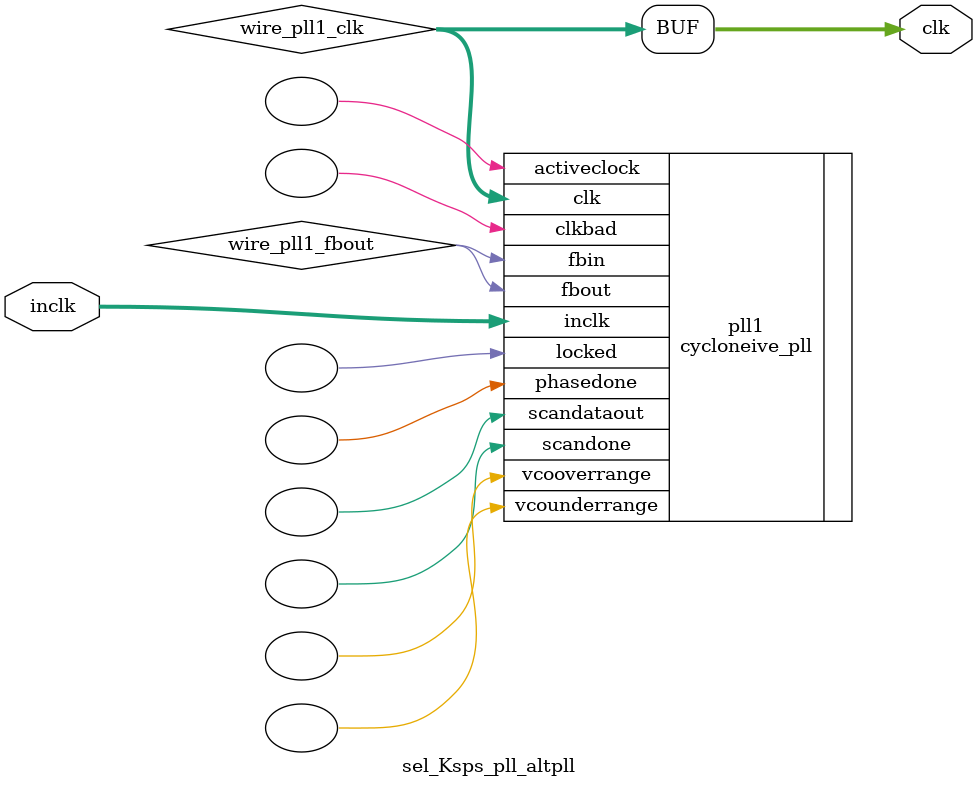
<source format=v>






//synthesis_resources = cycloneive_pll 1 
//synopsys translate_off
`timescale 1 ps / 1 ps
//synopsys translate_on
module  sel_Ksps_pll_altpll
	( 
	clk,
	inclk) /* synthesis synthesis_clearbox=1 */;
	output   [4:0]  clk;
	input   [1:0]  inclk;
`ifndef ALTERA_RESERVED_QIS
// synopsys translate_off
`endif
	tri0   [1:0]  inclk;
`ifndef ALTERA_RESERVED_QIS
// synopsys translate_on
`endif

	wire  [4:0]   wire_pll1_clk;
	wire  wire_pll1_fbout;

	cycloneive_pll   pll1
	( 
	.activeclock(),
	.clk(wire_pll1_clk),
	.clkbad(),
	.fbin(wire_pll1_fbout),
	.fbout(wire_pll1_fbout),
	.inclk(inclk),
	.locked(),
	.phasedone(),
	.scandataout(),
	.scandone(),
	.vcooverrange(),
	.vcounderrange()
	`ifndef FORMAL_VERIFICATION
	// synopsys translate_off
	`endif
	,
	.areset(1'b0),
	.clkswitch(1'b0),
	.configupdate(1'b0),
	.pfdena(1'b1),
	.phasecounterselect({3{1'b0}}),
	.phasestep(1'b0),
	.phaseupdown(1'b0),
	.scanclk(1'b0),
	.scanclkena(1'b1),
	.scandata(1'b0)
	`ifndef FORMAL_VERIFICATION
	// synopsys translate_on
	`endif
	);
	defparam
		pll1.bandwidth_type = "auto",
		pll1.clk0_divide_by = 25,
		pll1.clk0_duty_cycle = 50,
		pll1.clk0_multiply_by = 1,
		pll1.clk0_phase_shift = "0",
		pll1.clk1_divide_by = 25,
		pll1.clk1_duty_cycle = 50,
		pll1.clk1_multiply_by = 1,
		pll1.clk1_phase_shift = "250000",
		pll1.compensate_clock = "clk0",
		pll1.inclk0_input_frequency = 20000,
		pll1.operation_mode = "normal",
		pll1.pll_type = "auto",
		pll1.lpm_type = "cycloneive_pll";
	assign
		clk = {wire_pll1_clk[4:0]};
endmodule //sel_Ksps_pll_altpll
//VALID FILE

</source>
